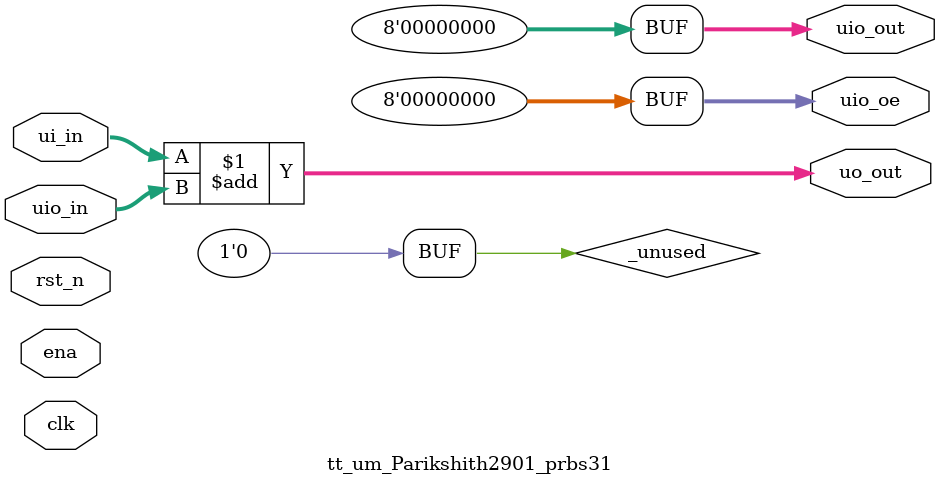
<source format=v>
/*
 * Copyright (c) 2024 Your Name
 * SPDX-License-Identifier: Apache-2.0
 */

`default_nettype none

module tt_um_Parikshith2901_prbs31 (
    input  wire [7:0] ui_in,    // Dedicated inputs
    output wire [7:0] uo_out,   // Dedicated outputs
    input  wire [7:0] uio_in,   // IOs: Input path
    output wire [7:0] uio_out,  // IOs: Output path
    output wire [7:0] uio_oe,   // IOs: Enable path (active high: 0=input, 1=output)
    input  wire       ena,      // always 1 when the design is powered, so you can ignore it
    input  wire       clk,      // clock
    input  wire       rst_n     // reset_n - low to reset
);

  // All output pins must be assigned. If not used, assign to 0.
  assign uo_out  = ui_in + uio_in;  // Example: ou_out is the sum of ui_in and uio_in
  assign uio_out = 0;
  assign uio_oe  = 0;

  // List all unused inputs to prevent warnings
  wire _unused = &{ena, clk, rst_n, 1'b0};

endmodule

</source>
